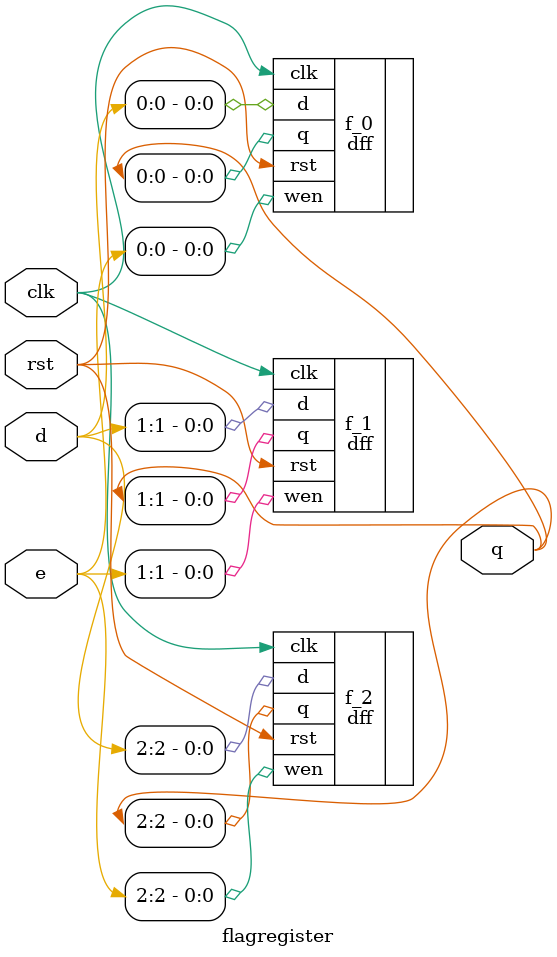
<source format=sv>
module flagregister (
    input clk,
    input rst,
    input [2:0]d,
    input [2:0]e,
    output [2:0]q
);

/*****************************************
 3 bit storage 2[ZVN]0
 *****************************************/
/*Negative - N*/
dff f_0(
    .q(q[0]),  // DFF output
    .d(d[0]),  // DFF input
    .wen(e[0]),  // Write Enable
    .clk(clk),
    .rst(rst)  // synchronous reset
);
/*Overflow - V*/
dff f_1(
    .q(q[1]),  // DFF output
    .d(d[1]),  // DFF input
    .wen(e[1]),  // Write Enable
    .clk(clk),
    .rst(rst)  // synchronous reset
);
/*Zero - Z*/
dff f_2(
    .q(q[2]),  // DFF output
    .d(d[2]),  // DFF input
    .wen(e[2]),  // Write Enable
    .clk(clk),
    .rst(rst)  // synchronous reset
);
/*****************************************/
    
endmodule
</source>
